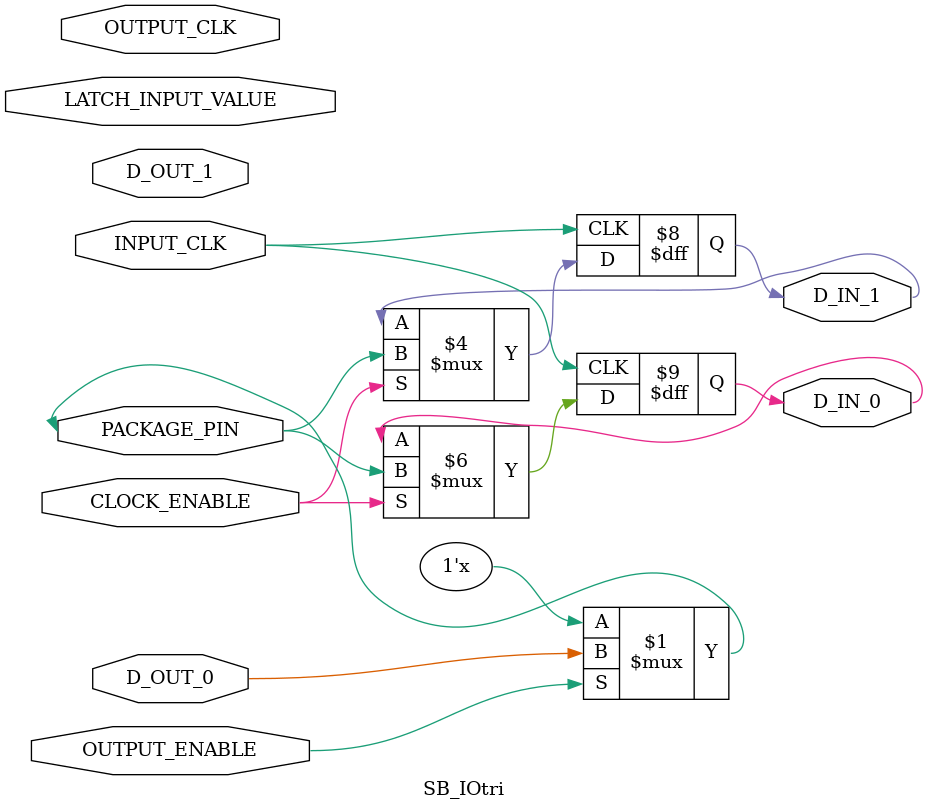
<source format=v>
`define NOOP 3'b111 /* no operation */
`define ACTV 3'b011 /* activate (row open) */
`define READ 3'b101 /* read */
`define WRTE 3'b100 /* write */
`define BTRM 3'b110 /* burst terminate */
`define PRCH 3'b010 /* precharge (row close) */
`define ARSR 3'b001 /* auto refresh/self refresh */
`define MRST 3'b000 /* mode register set */

module state2(input CLK,
	      input 		RST,
	      input 		REFRESH_STROBE,
	      /* random port */
	      input [25:0] 	ADDRESS_RAND,
	      input 		port_WE_RAND,
	      input 		port_REQUEST_ACCESS_RAND,
	      output 		GRANT_ACCESS_RAND,
	      input [3:0] 	WE_ARRAY_RAND,
	      /* bulk_port */
	      input [25:0] 	port_ADDRESS_BULK,
	      input 		port_WE_BULK,
	      input 		port_REQUEST_ACCESS_BULK,
	      output 		GRANT_ACCESS_BULK,
	      input 		port_REQUEST_ALIGN_BULK,
	      output 		GRANT_ALIGN_BULK,
	      input [3:0] 	port_WE_ARRAY_BULK,
	      /* end ports */
	      output reg [13:0] ADDRESS_REG,
	      output reg [2:0] 	BANK_REG,
	      output [2:0] 	COMMAND_REG,
	      output 		INTERNAL_DATA_MUX,
	      output 		INTERNAL_DATA_MUX_INVERT,
	      output [3:0] 	INTERNAL_COMMAND_LATCHED,
	      output reg [3:0] 	INTERNAL_WE_ARRAY);
  reg [2:0] 			COMMAND_REG = `NOOP;
  reg 				GRANT_ACCESS_RAND = 1'b0,
				GRANT_ACCESS_BULK = 1'b0,
				GRANT_ALIGN_BULK = 1'b0,
				INTERNAL_DATA_MUX = 1'b0,
				INTERNAL_DATA_MUX_INVERT = 1'b0;

  reg 				     change_possible_n = 1'b1,
				     state_is_readwrite = 1'b0,
				     refresh_strobe_ack = 1'b0,
				     state_is_write,
				     SOME_PAGE_ACTIVE = 1'b0,
				     second_stroke = 1'b1,
				     refresh_time = 1'b0,
				     REQUEST_ALIGN_BULK_dly,
				     REQUEST_ACCESS_RAND, WE_RAND,
				     REQUEST_ACCESS_BULK, WE_BULK,
				     REQUEST_ALIGN_BULK,
				     correct_page_rand, correct_page_bulk,
				     correct_page_algn = 1'b0,
				     correct_page_any,
//				     correct_page_rdy,
				     do_extra_pass = 1'b1;
  reg [2:0] 			     command_reg2 = `NOOP,
				     actv_timeout = 3'h7;
  reg [3:0] 			     counter = 4'h1, WE_ARRAY_BULK;
  reg [16:0] 			     page_current;
  reg [25:0] 			     ADDRESS_BULK;

  wire 				     issue_com,
				     correct_page_rand_w,
				     correct_page_bulk_w,
				     correct_page_algn_w,
//				     correct_page_any,
				     correct_page_rdy,
				     change_possible_w_n, write_match,
				     timeout_norm_comp_n,
				     timeout_dlay_comp_n,
				     want_PRCH_delayable,
				     issue_enable_override,
				     issue_enable_on_page;
  wire [2:0] 			     bank_addr,
				     bank_request_live_bulk,
				     bank_request_live_rand;
  wire [2:0] 			     command, command_wr;
  wire [3:0] 			     we_array;
  wire [13:0] 			     row_request_live_bulk,
				     row_request_live_rand;
  wire [13:0] 			     address;
  wire [16:0] 			     page;
  wire [25:0] 			     address_in;

  reg [2:0] 			     command_non_wr;

  assign INTERNAL_COMMAND_LATCHED = {second_stroke,command_reg2};

  assign row_request_live_rand = ADDRESS_RAND[25:12];
  assign bank_request_live_rand = ADDRESS_RAND[11:9];

  assign correct_page_rand_w = ({port_REQUEST_ACCESS_RAND,
				 port_REQUEST_ALIGN_BULK,
				 refresh_time,
				 SOME_PAGE_ACTIVE,
				 row_request_live_rand,
				 bank_request_live_rand}
				== {4'b1001,
				    page_current});

  assign row_request_live_bulk = ADDRESS_BULK[25:12];
  assign bank_request_live_bulk = ADDRESS_BULK[11:9];

  assign correct_page_bulk_w = ({port_REQUEST_ACCESS_BULK,
				 refresh_time,
				 SOME_PAGE_ACTIVE,
				 row_request_live_bulk,
				 bank_request_live_bulk}
				== {3'b101,
				    page_current});

  assign correct_page_algn_w = ({port_REQUEST_ALIGN_BULK,
				 refresh_time,
				 SOME_PAGE_ACTIVE,
				 row_request_live_bulk,
				 bank_request_live_bulk}
				== {3'b101,
				    page_current});

//  assign correct_page_any = correct_page_rand || correct_page_bulk;
  assign correct_page_rdy = correct_page_rand || correct_page_algn;

  assign write_match = REQUEST_ACCESS_BULK ? WE_BULK :
		       (REQUEST_ACCESS_RAND && WE_RAND);

  assign issue_com = (((correct_page_rand && port_REQUEST_ACCESS_RAND) ||
		       (correct_page_bulk && REQUEST_ACCESS_BULK))
		      && issue_enable_on_page) ||
		     issue_enable_override;

  assign issue_enable_on_page = second_stroke && state_is_readwrite &&
				(state_is_write ?
				 write_match :
				 (!write_match));

  assign issue_enable_override = second_stroke && (!change_possible_n) &&
				 ((REQUEST_ACCESS_RAND &&
				   (!(REQUEST_ACCESS_BULK ||
				      REQUEST_ALIGN_BULK))) ||
				  REQUEST_ACCESS_BULK ||
				  refresh_time ||
				  // FIXME: still not really good enough
				  (REQUEST_ALIGN_BULK_dly &&
				   (!GRANT_ALIGN_BULK)));

  always @(SOME_PAGE_ACTIVE or refresh_time or actv_timeout[2])
    case ({SOME_PAGE_ACTIVE,refresh_time,actv_timeout[2]})
      /*
       Short form:
      3'b1x1: command_non_wr <= `PRCH;
      3'b01x: command_non_wr <= `ARSR;
      3'b00x: command_non_wr <= `ACTV;
       */
      3'b101: command_non_wr <= `PRCH;
      3'b111: command_non_wr <= `PRCH;
      3'b010: command_non_wr <= `ARSR;
      3'b011: command_non_wr <= `ARSR;
      3'b000: command_non_wr <= `ACTV;
      3'b001: command_non_wr <= `ACTV;
      default: command_non_wr <= `NOOP;
    endcase // case ({SOME_PAGE_ACTIVE,refresh_time,actv_timeout[2]})

  assign want_PRCH_delayable = SOME_PAGE_ACTIVE && state_is_write;

  // Actually not a mux, but a single gate, like command_non_wr.
  assign command_wr = write_match ? `WRTE : `READ;

  assign command = correct_page_any ? command_wr : command_non_wr;

  assign address_in = REQUEST_ALIGN_BULK ? ADDRESS_BULK : ADDRESS_RAND;

  assign address = (SOME_PAGE_ACTIVE &&
                    (! correct_page_rdy)) ?
                   14'h0400 :
                   (correct_page_rdy ?
		    {4'h0,address_in[8:0],1'b0} :
		    {address_in[25:12]});
  assign page = correct_page_rdy ?
		page_current :
		address_in[25:9];
  assign bank_addr = correct_page_rdy ?
		     BANK_REG :
		     address_in[11:9];

  assign timeout_norm_comp_n = !((counter == 4'he) || (counter == 4'hd) ||
				 (counter == 4'hf) || (counter == 4'h0));
  assign timeout_dlay_comp_n = !((counter == 4'he) || (counter == 4'hf) ||
				 (counter == 4'h0));

  /* Fully synthetizable in three gates, may need to be rewritten to help
   * the synthetizer. */
  assign change_possible_w_n = ~second_stroke ? 1 :
			       correct_page_any ? timeout_norm_comp_n :
			       do_extra_pass ? 1 : (want_PRCH_delayable ?
				timeout_dlay_comp_n : timeout_norm_comp_n);

  assign we_array = REQUEST_ACCESS_BULK ? WE_ARRAY_BULK : WE_ARRAY_RAND;

  always @(posedge CLK)
    if (RST)
      begin
	REQUEST_ACCESS_RAND <= port_REQUEST_ACCESS_RAND;
	REQUEST_ACCESS_BULK <= port_REQUEST_ACCESS_BULK;
	REQUEST_ALIGN_BULK <= port_REQUEST_ALIGN_BULK;
	WE_BULK <= port_WE_BULK;
	WE_RAND <= port_WE_RAND;
	ADDRESS_BULK <= port_ADDRESS_BULK;
	WE_ARRAY_BULK <= port_WE_ARRAY_BULK;

	correct_page_rand <= correct_page_rand_w;
	correct_page_bulk <= correct_page_bulk_w;
	correct_page_algn <= correct_page_algn_w;
	correct_page_any <= correct_page_rand_w || correct_page_bulk_w;
//	correct_page_rdy <= correct_page_rand_w || correct_page_algn_w;

	REQUEST_ALIGN_BULK_dly <= REQUEST_ALIGN_BULK;

	refresh_time <= refresh_strobe_ack ^ REFRESH_STROBE;
	if ((!second_stroke) && (command_reg2 == `ACTV))
	  actv_timeout <= 3'h0;
	else
	  if (!actv_timeout[2])
	    actv_timeout <= actv_timeout +1;


	if (issue_com)
	  begin
	    COMMAND_REG <= command;
	    command_reg2 <= command;
	  end
	else
	  begin
	    COMMAND_REG <= `NOOP;
	    command_reg2 <= `NOOP;
	  end

	ADDRESS_REG <= address;
	if ((!(SOME_PAGE_ACTIVE &&
	       (! correct_page_rdy))) &&
	    (issue_com))
	  begin
	    page_current <= page;
	    BANK_REG <= bank_addr;
	  end

	// The below used to be in the state tracker
	// -----------------------------------------
	second_stroke <= ~issue_com;

	if (!second_stroke)
	  begin
	    if (command_reg2 == `ACTV)
	      SOME_PAGE_ACTIVE <= 1;
	    if (command_reg2 == `PRCH)
	      SOME_PAGE_ACTIVE <= 0;
	    if (command_reg2 == `WRTE)
	      state_is_write <= 1;
	    else if (command_reg2 != `NOOP)
	      state_is_write <= 0;
	    if (command_reg2 == `ARSR)
	      begin
		refresh_strobe_ack <= REFRESH_STROBE;
		do_extra_pass <= 1'b1;
	      end

	    case (command_reg2)
	      `ARSR: counter <= 4'h3;
	      `ACTV: counter <= 4'hc;
	      `WRTE: counter <= 4'ha;
	      `NOOP: counter <= 4'he;
	      default: counter <= 4'hb;
	    endcase // case (command_reg2)
	  end // if (!second_stroke)
	else
	  begin
	    counter <= counter + change_possible_n;
	    if (counter == 4'h0)
	      do_extra_pass <= 0;
	  end

	if (issue_com)
	  begin
	    change_possible_n <= 1;
	    state_is_readwrite <= correct_page_any;

	    GRANT_ACCESS_RAND <= correct_page_rand;
	    GRANT_ACCESS_BULK <= correct_page_bulk;

	    INTERNAL_WE_ARRAY <= we_array;
	  end

	if (!issue_com)
	  begin
	    change_possible_n <= change_possible_w_n;

	    GRANT_ACCESS_RAND <= 0;
	    GRANT_ACCESS_BULK <= 0;
	  end

	if (!change_possible_w_n)
	  GRANT_ALIGN_BULK <= correct_page_algn;

	INTERNAL_DATA_MUX <= port_REQUEST_ALIGN_BULK;
	if (issue_com)
	  INTERNAL_DATA_MUX_INVERT <= (port_REQUEST_ALIGN_BULK ^
				       REQUEST_ALIGN_BULK);
	else
	  INTERNAL_DATA_MUX_INVERT <= 0;
      end

endmodule // enter_state

module outputs(input 		 CLK_n,
	       input 	     CLK_dn,
	       input [3:0]   COMMAND_LATCHED,
	       input [3:0]   WE_ARRAY,
	       input [31:0]  port_DATA_W,
	       inout [15:0]  DQ,
	       inout 	     UDQS,
	       inout 	     LDQS,
	       output [31:0] DATA_R,
	       output 	     UDM,
	       output 	     LDM);
  reg [31:0] 		     DATA_R = 32'd0;


  reg [31:0] 			 data_gapholder, dq_predriver,
				 DATA_W;
  reg [3:0] 			 we_gapholder;
  reg [1:0] 			 dm_predriver, dqs_predriver,
				 active = 1'b0, we_longholder;
  reg 				 dqs_z_prectrl = 1'b0, dqs_z_ctrl = 1'b0,
				 dqdm_z_prectrl = 1'b0,
				 high_bits = 1'b0;

  wire [31:0] 			 dq_data_r;
  wire 				 did_issue_write;

  /* NOTICE: For whatever reason, or confusion, I made the WE (that is, DM)
   *         refer to 16-bit chunks of data, instead of the much saner
   *         8-bit. No idea why I did that, and it's been a year since. */

  assign did_issue_write = COMMAND_LATCHED == {1'b0,`WRTE};

  ddr_data_pins pins(.CLK_n(CLK_n),
		     .CLK_dn(CLK_dn),
		     .dq_predriver(dq_predriver),
		     .dm_predriver(dm_predriver),
		     .dqs_predriver(dqs_predriver),
		     .dqs_z_ctrl(dqs_z_ctrl),
		     .dqdm_z_prectrl(dqdm_z_prectrl),
		     .dq_data_r(dq_data_r),
		     .DQ(DQ),
		     .UDQS(UDQS),
		     .LDQS(LDQS),
		     .UDM(UDM),
		     .LDM(LDM));

  always @(posedge CLK_n)
      begin
	DATA_W <= port_DATA_W;
	data_gapholder <= DATA_W;
	dq_predriver <= data_gapholder;

	we_gapholder <= WE_ARRAY;
	we_longholder <= we_gapholder[1:0];

	high_bits <= did_issue_write;

	active <= {active[0],did_issue_write};

	if (high_bits)
	  dm_predriver <= we_gapholder[3:2];
	else
	  dm_predriver <= we_longholder;

	if (active == 2'b00)
	  begin
	    dqdm_z_prectrl <= 0;
	    dqs_predriver <= 2'h0;
	  end
	else
	  begin
	    dqdm_z_prectrl <= 1;
	    dqs_predriver <= 2'h2;
	  end

	if ({did_issue_write,active} == 3'b000)
	  dqs_z_prectrl <= 0;
	else
	  dqs_z_prectrl <= 1;
      end

  always @(negedge CLK_n)
      DATA_R <= dq_data_r;

  always @(negedge CLK_dn)
      dqs_z_ctrl <= dqs_z_prectrl;

endmodule // outputs

module ddr_data_pins(input CLK_n,
		     input 	   CLK_dn,
		     input [31:0]  dq_predriver,
		     input [1:0]   dm_predriver,
		     input [1:0]   dqs_predriver,
		     input 	   dqs_z_ctrl,
		     input 	   dqdm_z_prectrl,
		     output [31:0] dq_data_r,
		     /////////////////////
		     inout [15:0]  DQ,
		     inout 	   UDQS,
		     inout 	   LDQS,
		     output 	   UDM,
		     output 	   LDM);

  dqs_driver DQS_00(.PACKAGE_PIN(UDQS),
		    .PATCHTHROUGH_INPUT_CLK(),
		    .PATCHTHROUGH_OUTPUT_CLK(),
		    .LATCH_CLK(CLK_dn),   // DOUBLE INVERTED!
		    .OUTPUT_CLK(! CLK_n), // INVERTED!
		    .OUTPUT_ENABLE(dqs_z_ctrl),
		    .D_OUT_0(dqs_predriver[1]),
		    .D_OUT_1(dqs_predriver[0]));

  dqs_driver DQS_01(.PACKAGE_PIN(LDQS),
		    .PATCHTHROUGH_INPUT_CLK(),
		    .PATCHTHROUGH_OUTPUT_CLK(),
		    .LATCH_CLK(CLK_dn),   // DOUBLE INVERTED!
		    .OUTPUT_CLK(! CLK_n), // INVERTED!
		    .OUTPUT_ENABLE(dqs_z_ctrl),
		    .D_OUT_0(dqs_predriver[1]),
		    .D_OUT_1(dqs_predriver[0]));

  defparam DM_00.PIN_TYPE = 6'b110001;
  defparam DM_00.IO_STANDARD = "SB_LVCMOS";
  SB_IO DM_00(.PACKAGE_PIN(UDM),
	     .LATCH_INPUT_VALUE(1'b0),
	     .CLOCK_ENABLE(1'b1),
	     .INPUT_CLK(1'b0),
	     .OUTPUT_CLK(CLK_dn),
	     .OUTPUT_ENABLE(dqdm_z_prectrl),
	     .D_OUT_0(!dm_predriver[1]),
	     .D_OUT_1(!dm_predriver[0]),
	     .D_IN_0(),
	     .D_IN_1());

  defparam DM_01.PIN_TYPE = 6'b110001;
  defparam DM_01.IO_STANDARD = "SB_LVCMOS";
  SB_IO DM_01(.PACKAGE_PIN(LDM),
	     .LATCH_INPUT_VALUE(1'b0),
	     .CLOCK_ENABLE(1'b1),
	     .INPUT_CLK(1'b0),
	     .OUTPUT_CLK(CLK_dn),
	     .OUTPUT_ENABLE(dqdm_z_prectrl),
	     .D_OUT_0(!dm_predriver[1]),
	     .D_OUT_1(!dm_predriver[0]),
	     .D_IN_0(),
	     .D_IN_1());

  defparam DQ_00.PIN_TYPE = 6'b110000;
  defparam DQ_00.IO_STANDARD = "SB_LVCMOS";
  SB_IO DQ_00(.PACKAGE_PIN(DQ[15]),
	     .LATCH_INPUT_VALUE(1'b0),
	     .CLOCK_ENABLE(1'b1),
	     .INPUT_CLK(! CLK_dn), // INVERTED!
	     .OUTPUT_CLK(CLK_dn),
	     .OUTPUT_ENABLE(dqdm_z_prectrl),
	     .D_OUT_0(dq_predriver[31]),
	     .D_OUT_1(dq_predriver[15]),
	     .D_IN_0(dq_data_r[31]),
	     .D_IN_1(dq_data_r[15]));

  defparam DQ_01.PIN_TYPE = 6'b110000;
  defparam DQ_01.IO_STANDARD = "SB_LVCMOS";
  SB_IO DQ_01(.PACKAGE_PIN(DQ[14]),
	     .LATCH_INPUT_VALUE(1'b0),
	     .CLOCK_ENABLE(1'b1),
	     .INPUT_CLK(! CLK_dn), // INVERTED!
	     .OUTPUT_CLK(CLK_dn),
	     .OUTPUT_ENABLE(dqdm_z_prectrl),
	     .D_OUT_0(dq_predriver[30]),
	     .D_OUT_1(dq_predriver[14]),
	     .D_IN_0(dq_data_r[30]),
	     .D_IN_1(dq_data_r[14]));

  defparam DQ_02.PIN_TYPE = 6'b110000;
  defparam DQ_02.IO_STANDARD = "SB_LVCMOS";
  SB_IO DQ_02(.PACKAGE_PIN(DQ[13]),
	     .LATCH_INPUT_VALUE(1'b0),
	     .CLOCK_ENABLE(1'b1),
	     .INPUT_CLK(! CLK_dn), // INVERTED!
	     .OUTPUT_CLK(CLK_dn),
	     .OUTPUT_ENABLE(dqdm_z_prectrl),
	     .D_OUT_0(dq_predriver[29]),
	     .D_OUT_1(dq_predriver[13]),
	     .D_IN_0(dq_data_r[29]),
	     .D_IN_1(dq_data_r[13]));

  defparam DQ_03.PIN_TYPE = 6'b110000;
  defparam DQ_03.IO_STANDARD = "SB_LVCMOS";
  SB_IO DQ_03(.PACKAGE_PIN(DQ[12]),
	     .LATCH_INPUT_VALUE(1'b0),
	     .CLOCK_ENABLE(1'b1),
	     .INPUT_CLK(! CLK_dn), // INVERTED!
	     .OUTPUT_CLK(CLK_dn),
	     .OUTPUT_ENABLE(dqdm_z_prectrl),
	     .D_OUT_0(dq_predriver[28]),
	     .D_OUT_1(dq_predriver[12]),
	     .D_IN_0(dq_data_r[28]),
	     .D_IN_1(dq_data_r[12]));

  defparam DQ_04.PIN_TYPE = 6'b110000;
  defparam DQ_04.IO_STANDARD = "SB_LVCMOS";
  SB_IO DQ_04(.PACKAGE_PIN(DQ[11]),
	     .LATCH_INPUT_VALUE(1'b0),
	     .CLOCK_ENABLE(1'b1),
	     .INPUT_CLK(! CLK_dn), // INVERTED!
	     .OUTPUT_CLK(CLK_dn),
	     .OUTPUT_ENABLE(dqdm_z_prectrl),
	     .D_OUT_0(dq_predriver[27]),
	     .D_OUT_1(dq_predriver[11]),
	     .D_IN_0(dq_data_r[27]),
	     .D_IN_1(dq_data_r[11]));

  defparam DQ_05.PIN_TYPE = 6'b110000;
  defparam DQ_05.IO_STANDARD = "SB_LVCMOS";
  SB_IO DQ_05(.PACKAGE_PIN(DQ[10]),
	     .LATCH_INPUT_VALUE(1'b0),
	     .CLOCK_ENABLE(1'b1),
	     .INPUT_CLK(! CLK_dn), // INVERTED!
	     .OUTPUT_CLK(CLK_dn),
	     .OUTPUT_ENABLE(dqdm_z_prectrl),
	     .D_OUT_0(dq_predriver[26]),
	     .D_OUT_1(dq_predriver[10]),
	     .D_IN_0(dq_data_r[26]),
	     .D_IN_1(dq_data_r[10]));

  defparam DQ_06.PIN_TYPE = 6'b110000;
  defparam DQ_06.IO_STANDARD = "SB_LVCMOS";
  SB_IO DQ_06(.PACKAGE_PIN(DQ[9]),
	     .LATCH_INPUT_VALUE(1'b0),
	     .CLOCK_ENABLE(1'b1),
	     .INPUT_CLK(! CLK_dn), // INVERTED!
	     .OUTPUT_CLK(CLK_dn),
	     .OUTPUT_ENABLE(dqdm_z_prectrl),
	     .D_OUT_0(dq_predriver[25]),
	     .D_OUT_1(dq_predriver[9]),
	     .D_IN_0(dq_data_r[25]),
	     .D_IN_1(dq_data_r[9]));

  defparam DQ_07.PIN_TYPE = 6'b110000;
  defparam DQ_07.IO_STANDARD = "SB_LVCMOS";
  SB_IO DQ_07(.PACKAGE_PIN(DQ[8]),
	     .LATCH_INPUT_VALUE(1'b0),
	     .CLOCK_ENABLE(1'b1),
	     .INPUT_CLK(! CLK_dn), // INVERTED!
	     .OUTPUT_CLK(CLK_dn),
	     .OUTPUT_ENABLE(dqdm_z_prectrl),
	     .D_OUT_0(dq_predriver[24]),
	     .D_OUT_1(dq_predriver[8]),
	     .D_IN_0(dq_data_r[24]),
	     .D_IN_1(dq_data_r[8]));

  defparam DQ_08.PIN_TYPE = 6'b110000;
  defparam DQ_08.IO_STANDARD = "SB_LVCMOS";
  SB_IO DQ_08(.PACKAGE_PIN(DQ[7]),
	     .LATCH_INPUT_VALUE(1'b0),
	     .CLOCK_ENABLE(1'b1),
	     .INPUT_CLK(! CLK_dn), // INVERTED!
	     .OUTPUT_CLK(CLK_dn),
	     .OUTPUT_ENABLE(dqdm_z_prectrl),
	     .D_OUT_0(dq_predriver[23]),
	     .D_OUT_1(dq_predriver[7]),
	     .D_IN_0(dq_data_r[23]),
	     .D_IN_1(dq_data_r[7]));

  defparam DQ_09.PIN_TYPE = 6'b110000;
  defparam DQ_09.IO_STANDARD = "SB_LVCMOS";
  SB_IO DQ_09(.PACKAGE_PIN(DQ[6]),
	     .LATCH_INPUT_VALUE(1'b0),
	     .CLOCK_ENABLE(1'b1),
	     .INPUT_CLK(! CLK_dn), // INVERTED!
	     .OUTPUT_CLK(CLK_dn),
	     .OUTPUT_ENABLE(dqdm_z_prectrl),
	     .D_OUT_0(dq_predriver[22]),
	     .D_OUT_1(dq_predriver[6]),
	     .D_IN_0(dq_data_r[22]),
	     .D_IN_1(dq_data_r[6]));

  defparam DQ_10.PIN_TYPE = 6'b110000;
  defparam DQ_10.IO_STANDARD = "SB_LVCMOS";
  SB_IO DQ_10(.PACKAGE_PIN(DQ[5]),
	     .LATCH_INPUT_VALUE(1'b0),
	     .CLOCK_ENABLE(1'b1),
	     .INPUT_CLK(! CLK_dn), // INVERTED!
	     .OUTPUT_CLK(CLK_dn),
	     .OUTPUT_ENABLE(dqdm_z_prectrl),
	     .D_OUT_0(dq_predriver[21]),
	     .D_OUT_1(dq_predriver[5]),
	     .D_IN_0(dq_data_r[21]),
	     .D_IN_1(dq_data_r[5]));

  defparam DQ_11.PIN_TYPE = 6'b110000;
  defparam DQ_11.IO_STANDARD = "SB_LVCMOS";
  SB_IO DQ_11(.PACKAGE_PIN(DQ[4]),
	     .LATCH_INPUT_VALUE(1'b0),
	     .CLOCK_ENABLE(1'b1),
	     .INPUT_CLK(! CLK_dn), // INVERTED!
	     .OUTPUT_CLK(CLK_dn),
	     .OUTPUT_ENABLE(dqdm_z_prectrl),
	     .D_OUT_0(dq_predriver[20]),
	     .D_OUT_1(dq_predriver[4]),
	     .D_IN_0(dq_data_r[20]),
	     .D_IN_1(dq_data_r[4]));

  defparam DQ_12.PIN_TYPE = 6'b110000;
  defparam DQ_12.IO_STANDARD = "SB_LVCMOS";
  SB_IO DQ_12(.PACKAGE_PIN(DQ[3]),
	     .LATCH_INPUT_VALUE(1'b0),
	     .CLOCK_ENABLE(1'b1),
	     .INPUT_CLK(! CLK_dn), // INVERTED!
	     .OUTPUT_CLK(CLK_dn),
	     .OUTPUT_ENABLE(dqdm_z_prectrl),
	     .D_OUT_0(dq_predriver[19]),
	     .D_OUT_1(dq_predriver[3]),
	     .D_IN_0(dq_data_r[19]),
	     .D_IN_1(dq_data_r[3]));

  defparam DQ_13.PIN_TYPE = 6'b110000;
  defparam DQ_13.IO_STANDARD = "SB_LVCMOS";
  SB_IO DQ_13(.PACKAGE_PIN(DQ[2]),
	     .LATCH_INPUT_VALUE(1'b0),
	     .CLOCK_ENABLE(1'b1),
	     .INPUT_CLK(! CLK_dn), // INVERTED!
	     .OUTPUT_CLK(CLK_dn),
	     .OUTPUT_ENABLE(dqdm_z_prectrl),
	     .D_OUT_0(dq_predriver[18]),
	     .D_OUT_1(dq_predriver[2]),
	     .D_IN_0(dq_data_r[18]),
	     .D_IN_1(dq_data_r[2]));

  defparam DQ_14.PIN_TYPE = 6'b110000;
  defparam DQ_14.IO_STANDARD = "SB_LVCMOS";
  SB_IO DQ_14(.PACKAGE_PIN(DQ[1]),
	     .LATCH_INPUT_VALUE(1'b0),
	     .CLOCK_ENABLE(1'b1),
	     .INPUT_CLK(! CLK_dn), // INVERTED!
	     .OUTPUT_CLK(CLK_dn),
	     .OUTPUT_ENABLE(dqdm_z_prectrl),
	     .D_OUT_0(dq_predriver[17]),
	     .D_OUT_1(dq_predriver[1]),
	     .D_IN_0(dq_data_r[17]),
	     .D_IN_1(dq_data_r[1]));

  defparam DQ_15.PIN_TYPE = 6'b110000;
  defparam DQ_15.IO_STANDARD = "SB_LVCMOS";
  SB_IO DQ_15(.PACKAGE_PIN(DQ[0]),
	     .LATCH_INPUT_VALUE(1'b0),
	     .CLOCK_ENABLE(1'b1),
	     .INPUT_CLK(! CLK_dn), // INVERTED!
	     .OUTPUT_CLK(CLK_dn),
	     .OUTPUT_ENABLE(dqdm_z_prectrl),
	     .D_OUT_0(dq_predriver[16]),
	     .D_OUT_1(dq_predriver[0]),
	     .D_IN_0(dq_data_r[16]),
	     .D_IN_1(dq_data_r[0]));

endmodule // pins

module clock_driver(input CLK_n,
		    input  RST,
		    output CLK_P,
		    output CLK_N);

  defparam CLK_POS.PIN_TYPE = 6'b110001;
  defparam CLK_POS.IO_STANDARD = "SB_LVCMOS";
  SB_IO CLK_POS(.PACKAGE_PIN(CLK_P),
		.LATCH_INPUT_VALUE(1'b0),
		.CLOCK_ENABLE(1'b1),
		.INPUT_CLK(CLK_n),
		.OUTPUT_CLK(CLK_n),
		.OUTPUT_ENABLE(RST),
		.D_OUT_0(1'b0),
		.D_OUT_1(1'b1),
		.D_IN_0(),
		.D_IN_1());

  defparam CLK_NEG.PIN_TYPE = 6'b110001;
  defparam CLK_NEG.IO_STANDARD = "SB_LVCMOS";
  SB_IO CLK_NEG(.PACKAGE_PIN(CLK_N),
		.LATCH_INPUT_VALUE(1'b0),
		.CLOCK_ENABLE(1'b1),
		.INPUT_CLK(CLK_n),
		.OUTPUT_CLK(CLK_n),
		.OUTPUT_ENABLE(RST),
		.D_OUT_0(1'b1),
		.D_OUT_1(1'b0),
		.D_IN_0(),
		.D_IN_1());

endmodule // clock_driver

module dqs_driver(inout PACKAGE_PIN,
		  input PATCHTHROUGH_INPUT_CLK,
		  input PATCHTHROUGH_OUTPUT_CLK,
		  input LATCH_CLK,
		  input OUTPUT_CLK,
		  input OUTPUT_ENABLE,
		  input D_OUT_0,
		  input D_OUT_1);
  reg 			reg_out_0, reg_out_1;
  wire 			out_mux;

  assign out_mux = OUTPUT_CLK ? reg_out_0 : reg_out_1;

  defparam driver.PIN_TYPE = 6'b101001;
  defparam driver.IO_STANDARD = "SB_LVCMOS";
  SB_IOtri driver(.PACKAGE_PIN(PACKAGE_PIN),
		  .LATCH_INPUT_VALUE(1'b0),
		  .CLOCK_ENABLE(1'b1),
		  .INPUT_CLK(PATCHTHROUGH_INPUT_CLK),
		  .OUTPUT_CLK(PATCHTHROUGH_OUTPUT_CLK),
		  .OUTPUT_ENABLE(OUTPUT_ENABLE),
		  .D_OUT_0(out_mux),
		  .D_OUT_1(1'b0),
		  .D_IN_0(),
		  .D_IN_1());

  always @(posedge LATCH_CLK)
    begin
      reg_out_0 <= D_OUT_0;
    end
  always @(negedge LATCH_CLK)
    begin
      reg_out_1 <= D_OUT_1;
    end

endmodule // dqs_driver

module SB_IO(inout PACKAGE_PIN,
	     input  LATCH_INPUT_VALUE,
	     input  CLOCK_ENABLE,
	     input  INPUT_CLK,
	     input  OUTPUT_CLK,
	     input  OUTPUT_ENABLE,
	     input  D_OUT_0,
	     input  D_OUT_1,
	     output reg D_IN_0,
	     output reg D_IN_1);
  reg 			out_en, reg_out_0, reg_out_1;
  wire 			out_mux;

  assign PACKAGE_PIN = out_en ? out_mux : 1'bz;
  assign out_mux = OUTPUT_CLK ? reg_out_0 : reg_out_1;

  always @(posedge INPUT_CLK)
    if (CLOCK_ENABLE)
      D_IN_0 <= PACKAGE_PIN;

  always @(negedge INPUT_CLK)
    if (CLOCK_ENABLE)
      D_IN_1 <= PACKAGE_PIN;

  always @(posedge OUTPUT_CLK)
    if (CLOCK_ENABLE)
      begin
	out_en <= OUTPUT_ENABLE;
	reg_out_0 <= D_OUT_0;
      end
  always @(negedge OUTPUT_CLK)
    if (CLOCK_ENABLE)
      begin
        reg_out_1 <= D_OUT_1;
      end

endmodule // SB_IO

module SB_IOeg(inout PACKAGE_PIN,
	     input  LATCH_INPUT_VALUE,
	     input  CLOCK_ENABLE,
	     input  INPUT_CLK,
	     input  OUTPUT_CLK,
	     input  OUTPUT_ENABLE,
	     input  D_OUT_0,
	     input  D_OUT_1,
	     output reg D_IN_0,
	     output reg D_IN_1);
  reg 			reg_out_0, reg_out_1;
  wire 			out_mux;

  assign PACKAGE_PIN = OUTPUT_ENABLE ? out_mux : 1'bz;
  assign out_mux = OUTPUT_CLK ? reg_out_0 : reg_out_1;

  always @(posedge INPUT_CLK)
    if (CLOCK_ENABLE)
      D_IN_0 <= PACKAGE_PIN;

  always @(negedge INPUT_CLK)
    if (CLOCK_ENABLE)
      D_IN_1 <= PACKAGE_PIN;

  always @(posedge OUTPUT_CLK)
    if (CLOCK_ENABLE)
      reg_out_0 <= D_OUT_0;
  always @(negedge OUTPUT_CLK)
    if (CLOCK_ENABLE)
      reg_out_1 <= D_OUT_1;

endmodule // SB_IO

module SB_IOtri(inout PACKAGE_PIN,
		input 	   LATCH_INPUT_VALUE,
		input 	   CLOCK_ENABLE,
		input 	   INPUT_CLK,
		input 	   OUTPUT_CLK,
		input 	   OUTPUT_ENABLE,
		input 	   D_OUT_0,
		input 	   D_OUT_1,
		output reg D_IN_0,
		output reg D_IN_1);

  assign PACKAGE_PIN = OUTPUT_ENABLE ? D_OUT_0 : 1'bz;

  always @(posedge INPUT_CLK)
    if (CLOCK_ENABLE)
      D_IN_0 <= PACKAGE_PIN;

  always @(negedge INPUT_CLK)
    if (CLOCK_ENABLE)
      D_IN_1 <= PACKAGE_PIN;

endmodule // SB_IOtri

</source>
